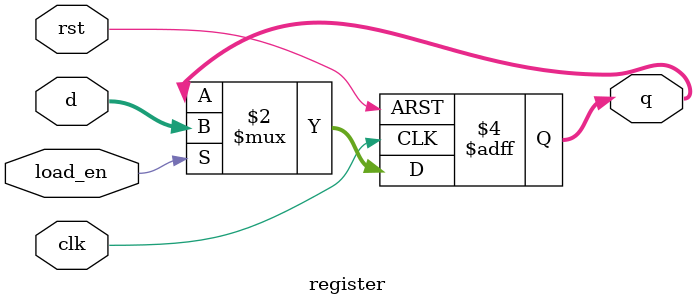
<source format=sv>

module register # (
  parameter SIZE = 32
)
(
  input clk,
  input rst,
  input load_en,

  input [SIZE-1:0] d,

  output reg [SIZE-1:0] q
);
  
  always @(posedge clk, posedge rst) begin
    if (rst) begin
      q <= 0;
    end else begin
      if (load_en)
        q <= d;
    end
  end

endmodule

</source>
